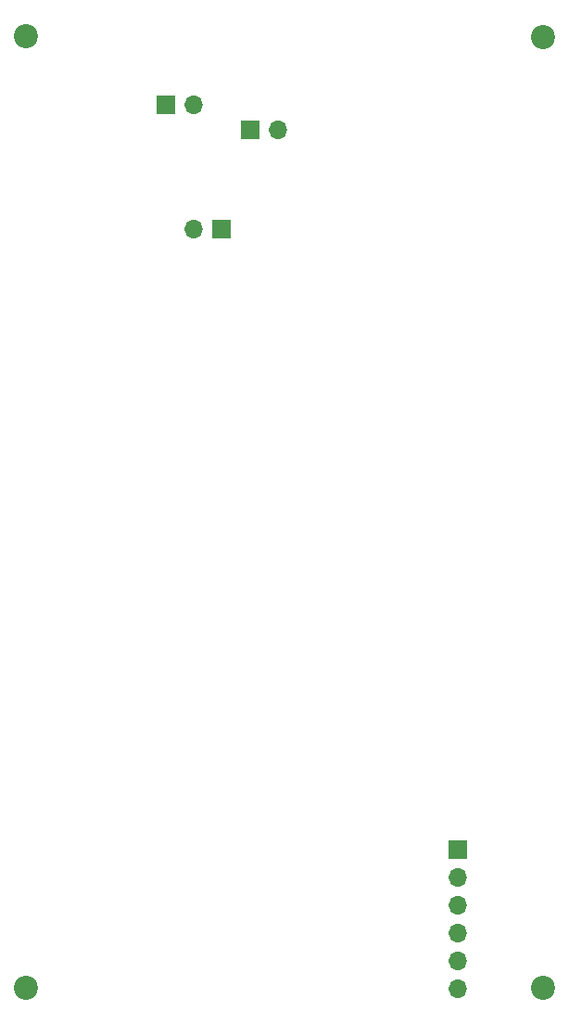
<source format=gbr>
%TF.GenerationSoftware,KiCad,Pcbnew,8.0.2*%
%TF.CreationDate,2025-02-23T19:39:25-05:00*%
%TF.ProjectId,Ecardz-Proto,45636172-647a-42d5-9072-6f746f2e6b69,rev?*%
%TF.SameCoordinates,Original*%
%TF.FileFunction,Soldermask,Bot*%
%TF.FilePolarity,Negative*%
%FSLAX46Y46*%
G04 Gerber Fmt 4.6, Leading zero omitted, Abs format (unit mm)*
G04 Created by KiCad (PCBNEW 8.0.2) date 2025-02-23 19:39:25*
%MOMM*%
%LPD*%
G01*
G04 APERTURE LIST*
%ADD10C,2.200000*%
%ADD11R,1.700000X1.700000*%
%ADD12O,1.700000X1.700000*%
G04 APERTURE END LIST*
D10*
%TO.C,H1*%
X477400000Y-70310000D03*
%TD*%
D11*
%TO.C,J5*%
X447975000Y-1100000D03*
D12*
X445435000Y-1100000D03*
%TD*%
D11*
%TO.C,J1*%
X442890000Y10250000D03*
D12*
X445430000Y10250000D03*
%TD*%
D10*
%TO.C,H4*%
X430100000Y16539939D03*
%TD*%
%TO.C,H3*%
X430100000Y-70310000D03*
%TD*%
D11*
%TO.C,J4*%
X450610000Y7940000D03*
D12*
X453150000Y7940000D03*
%TD*%
D10*
%TO.C,H2*%
X477400000Y16490000D03*
%TD*%
D11*
%TO.C,J3*%
X469600000Y-57710000D03*
D12*
X469600000Y-60250000D03*
X469600000Y-62790000D03*
X469600000Y-65330000D03*
X469600000Y-67870000D03*
X469600000Y-70410000D03*
%TD*%
M02*

</source>
